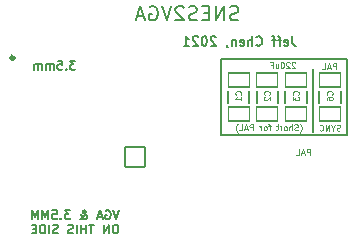
<source format=gbr>
G04 #@! TF.GenerationSoftware,KiCad,Pcbnew,(6.0.6-0)*
G04 #@! TF.CreationDate,2023-01-30T15:29:15-05:00*
G04 #@! TF.ProjectId,SNES2VGA,534e4553-3256-4474-912e-6b696361645f,1*
G04 #@! TF.SameCoordinates,Original*
G04 #@! TF.FileFunction,Legend,Bot*
G04 #@! TF.FilePolarity,Positive*
%FSLAX46Y46*%
G04 Gerber Fmt 4.6, Leading zero omitted, Abs format (unit mm)*
G04 Created by KiCad (PCBNEW (6.0.6-0)) date 2023-01-30 15:29:15*
%MOMM*%
%LPD*%
G01*
G04 APERTURE LIST*
G04 Aperture macros list*
%AMRoundRect*
0 Rectangle with rounded corners*
0 $1 Rounding radius*
0 $2 $3 $4 $5 $6 $7 $8 $9 X,Y pos of 4 corners*
0 Add a 4 corners polygon primitive as box body*
4,1,4,$2,$3,$4,$5,$6,$7,$8,$9,$2,$3,0*
0 Add four circle primitives for the rounded corners*
1,1,$1+$1,$2,$3*
1,1,$1+$1,$4,$5*
1,1,$1+$1,$6,$7*
1,1,$1+$1,$8,$9*
0 Add four rect primitives between the rounded corners*
20,1,$1+$1,$2,$3,$4,$5,0*
20,1,$1+$1,$4,$5,$6,$7,0*
20,1,$1+$1,$6,$7,$8,$9,0*
20,1,$1+$1,$8,$9,$2,$3,0*%
G04 Aperture macros list end*
%ADD10C,0.100000*%
%ADD11C,0.127000*%
%ADD12C,0.200000*%
%ADD13C,0.150000*%
%ADD14C,0.098425*%
%ADD15C,0.350000*%
%ADD16RoundRect,0.050800X-0.910000X0.600000X-0.910000X-0.600000X0.910000X-0.600000X0.910000X0.600000X0*%
%ADD17O,1.609600X3.117600*%
%ADD18RoundRect,0.525800X-0.475000X-1.125000X0.475000X-1.125000X0.475000X1.125000X-0.475000X1.125000X0*%
%ADD19C,1.801600*%
%ADD20C,4.167600*%
%ADD21RoundRect,0.050800X-0.850000X-0.850000X0.850000X-0.850000X0.850000X0.850000X-0.850000X0.850000X0*%
G04 APERTURE END LIST*
D10*
X153729047Y-102772380D02*
X153657619Y-102796190D01*
X153538571Y-102796190D01*
X153490952Y-102772380D01*
X153467142Y-102748571D01*
X153443333Y-102700952D01*
X153443333Y-102653333D01*
X153467142Y-102605714D01*
X153490952Y-102581904D01*
X153538571Y-102558095D01*
X153633809Y-102534285D01*
X153681428Y-102510476D01*
X153705238Y-102486666D01*
X153729047Y-102439047D01*
X153729047Y-102391428D01*
X153705238Y-102343809D01*
X153681428Y-102320000D01*
X153633809Y-102296190D01*
X153514761Y-102296190D01*
X153443333Y-102320000D01*
X153133809Y-102558095D02*
X153133809Y-102796190D01*
X153300476Y-102296190D02*
X153133809Y-102558095D01*
X152967142Y-102296190D01*
X152800476Y-102796190D02*
X152800476Y-102296190D01*
X152514761Y-102796190D01*
X152514761Y-102296190D01*
X151990952Y-102748571D02*
X152014761Y-102772380D01*
X152086190Y-102796190D01*
X152133809Y-102796190D01*
X152205238Y-102772380D01*
X152252857Y-102724761D01*
X152276666Y-102677142D01*
X152300476Y-102581904D01*
X152300476Y-102510476D01*
X152276666Y-102415238D01*
X152252857Y-102367619D01*
X152205238Y-102320000D01*
X152133809Y-102296190D01*
X152086190Y-102296190D01*
X152014761Y-102320000D01*
X151990952Y-102343809D01*
X153397619Y-97586190D02*
X153397619Y-97086190D01*
X153207142Y-97086190D01*
X153159523Y-97110000D01*
X153135714Y-97133809D01*
X153111904Y-97181428D01*
X153111904Y-97252857D01*
X153135714Y-97300476D01*
X153159523Y-97324285D01*
X153207142Y-97348095D01*
X153397619Y-97348095D01*
X152921428Y-97443333D02*
X152683333Y-97443333D01*
X152969047Y-97586190D02*
X152802380Y-97086190D01*
X152635714Y-97586190D01*
X152230952Y-97586190D02*
X152469047Y-97586190D01*
X152469047Y-97086190D01*
X151177619Y-104816190D02*
X151177619Y-104316190D01*
X150987142Y-104316190D01*
X150939523Y-104340000D01*
X150915714Y-104363809D01*
X150891904Y-104411428D01*
X150891904Y-104482857D01*
X150915714Y-104530476D01*
X150939523Y-104554285D01*
X150987142Y-104578095D01*
X151177619Y-104578095D01*
X150701428Y-104673333D02*
X150463333Y-104673333D01*
X150749047Y-104816190D02*
X150582380Y-104316190D01*
X150415714Y-104816190D01*
X150010952Y-104816190D02*
X150249047Y-104816190D01*
X150249047Y-104316190D01*
D11*
X151440000Y-97530000D02*
X151440000Y-102870000D01*
X149696190Y-94801904D02*
X149696190Y-95373333D01*
X149734285Y-95487619D01*
X149810476Y-95563809D01*
X149924761Y-95601904D01*
X150000952Y-95601904D01*
X149010476Y-95563809D02*
X149086666Y-95601904D01*
X149239047Y-95601904D01*
X149315238Y-95563809D01*
X149353333Y-95487619D01*
X149353333Y-95182857D01*
X149315238Y-95106666D01*
X149239047Y-95068571D01*
X149086666Y-95068571D01*
X149010476Y-95106666D01*
X148972380Y-95182857D01*
X148972380Y-95259047D01*
X149353333Y-95335238D01*
X148743809Y-95068571D02*
X148439047Y-95068571D01*
X148629523Y-95601904D02*
X148629523Y-94916190D01*
X148591428Y-94840000D01*
X148515238Y-94801904D01*
X148439047Y-94801904D01*
X148286666Y-95068571D02*
X147981904Y-95068571D01*
X148172380Y-95601904D02*
X148172380Y-94916190D01*
X148134285Y-94840000D01*
X148058095Y-94801904D01*
X147981904Y-94801904D01*
X146648571Y-95525714D02*
X146686666Y-95563809D01*
X146800952Y-95601904D01*
X146877142Y-95601904D01*
X146991428Y-95563809D01*
X147067619Y-95487619D01*
X147105714Y-95411428D01*
X147143809Y-95259047D01*
X147143809Y-95144761D01*
X147105714Y-94992380D01*
X147067619Y-94916190D01*
X146991428Y-94840000D01*
X146877142Y-94801904D01*
X146800952Y-94801904D01*
X146686666Y-94840000D01*
X146648571Y-94878095D01*
X146305714Y-95601904D02*
X146305714Y-94801904D01*
X145962857Y-95601904D02*
X145962857Y-95182857D01*
X146000952Y-95106666D01*
X146077142Y-95068571D01*
X146191428Y-95068571D01*
X146267619Y-95106666D01*
X146305714Y-95144761D01*
X145277142Y-95563809D02*
X145353333Y-95601904D01*
X145505714Y-95601904D01*
X145581904Y-95563809D01*
X145620000Y-95487619D01*
X145620000Y-95182857D01*
X145581904Y-95106666D01*
X145505714Y-95068571D01*
X145353333Y-95068571D01*
X145277142Y-95106666D01*
X145239047Y-95182857D01*
X145239047Y-95259047D01*
X145620000Y-95335238D01*
X144896190Y-95068571D02*
X144896190Y-95601904D01*
X144896190Y-95144761D02*
X144858095Y-95106666D01*
X144781904Y-95068571D01*
X144667619Y-95068571D01*
X144591428Y-95106666D01*
X144553333Y-95182857D01*
X144553333Y-95601904D01*
X144134285Y-95563809D02*
X144134285Y-95601904D01*
X144172380Y-95678095D01*
X144210476Y-95716190D01*
X143220000Y-94878095D02*
X143181904Y-94840000D01*
X143105714Y-94801904D01*
X142915238Y-94801904D01*
X142839047Y-94840000D01*
X142800952Y-94878095D01*
X142762857Y-94954285D01*
X142762857Y-95030476D01*
X142800952Y-95144761D01*
X143258095Y-95601904D01*
X142762857Y-95601904D01*
X142267619Y-94801904D02*
X142191428Y-94801904D01*
X142115238Y-94840000D01*
X142077142Y-94878095D01*
X142039047Y-94954285D01*
X142000952Y-95106666D01*
X142000952Y-95297142D01*
X142039047Y-95449523D01*
X142077142Y-95525714D01*
X142115238Y-95563809D01*
X142191428Y-95601904D01*
X142267619Y-95601904D01*
X142343809Y-95563809D01*
X142381904Y-95525714D01*
X142420000Y-95449523D01*
X142458095Y-95297142D01*
X142458095Y-95106666D01*
X142420000Y-94954285D01*
X142381904Y-94878095D01*
X142343809Y-94840000D01*
X142267619Y-94801904D01*
X141696190Y-94878095D02*
X141658095Y-94840000D01*
X141581904Y-94801904D01*
X141391428Y-94801904D01*
X141315238Y-94840000D01*
X141277142Y-94878095D01*
X141239047Y-94954285D01*
X141239047Y-95030476D01*
X141277142Y-95144761D01*
X141734285Y-95601904D01*
X141239047Y-95601904D01*
X140477142Y-95601904D02*
X140934285Y-95601904D01*
X140705714Y-95601904D02*
X140705714Y-94801904D01*
X140781904Y-94916190D01*
X140858095Y-94992380D01*
X140934285Y-95030476D01*
D12*
X145105714Y-93395714D02*
X144934285Y-93452857D01*
X144648571Y-93452857D01*
X144534285Y-93395714D01*
X144477142Y-93338571D01*
X144420000Y-93224285D01*
X144420000Y-93110000D01*
X144477142Y-92995714D01*
X144534285Y-92938571D01*
X144648571Y-92881428D01*
X144877142Y-92824285D01*
X144991428Y-92767142D01*
X145048571Y-92710000D01*
X145105714Y-92595714D01*
X145105714Y-92481428D01*
X145048571Y-92367142D01*
X144991428Y-92310000D01*
X144877142Y-92252857D01*
X144591428Y-92252857D01*
X144420000Y-92310000D01*
X143905714Y-93452857D02*
X143905714Y-92252857D01*
X143220000Y-93452857D01*
X143220000Y-92252857D01*
X142648571Y-92824285D02*
X142248571Y-92824285D01*
X142077142Y-93452857D02*
X142648571Y-93452857D01*
X142648571Y-92252857D01*
X142077142Y-92252857D01*
X141620000Y-93395714D02*
X141448571Y-93452857D01*
X141162857Y-93452857D01*
X141048571Y-93395714D01*
X140991428Y-93338571D01*
X140934285Y-93224285D01*
X140934285Y-93110000D01*
X140991428Y-92995714D01*
X141048571Y-92938571D01*
X141162857Y-92881428D01*
X141391428Y-92824285D01*
X141505714Y-92767142D01*
X141562857Y-92710000D01*
X141620000Y-92595714D01*
X141620000Y-92481428D01*
X141562857Y-92367142D01*
X141505714Y-92310000D01*
X141391428Y-92252857D01*
X141105714Y-92252857D01*
X140934285Y-92310000D01*
X140477142Y-92367142D02*
X140420000Y-92310000D01*
X140305714Y-92252857D01*
X140020000Y-92252857D01*
X139905714Y-92310000D01*
X139848571Y-92367142D01*
X139791428Y-92481428D01*
X139791428Y-92595714D01*
X139848571Y-92767142D01*
X140534285Y-93452857D01*
X139791428Y-93452857D01*
X139448571Y-92252857D02*
X139048571Y-93452857D01*
X138648571Y-92252857D01*
X137620000Y-92310000D02*
X137734285Y-92252857D01*
X137905714Y-92252857D01*
X138077142Y-92310000D01*
X138191428Y-92424285D01*
X138248571Y-92538571D01*
X138305714Y-92767142D01*
X138305714Y-92938571D01*
X138248571Y-93167142D01*
X138191428Y-93281428D01*
X138077142Y-93395714D01*
X137905714Y-93452857D01*
X137791428Y-93452857D01*
X137620000Y-93395714D01*
X137562857Y-93338571D01*
X137562857Y-92938571D01*
X137791428Y-92938571D01*
X137105714Y-93110000D02*
X136534285Y-93110000D01*
X137220000Y-93452857D02*
X136820000Y-92252857D01*
X136420000Y-93452857D01*
D13*
X131325714Y-96871285D02*
X130861428Y-96871285D01*
X131111428Y-97157000D01*
X131004285Y-97157000D01*
X130932857Y-97192714D01*
X130897142Y-97228428D01*
X130861428Y-97299857D01*
X130861428Y-97478428D01*
X130897142Y-97549857D01*
X130932857Y-97585571D01*
X131004285Y-97621285D01*
X131218571Y-97621285D01*
X131290000Y-97585571D01*
X131325714Y-97549857D01*
X130540000Y-97549857D02*
X130504285Y-97585571D01*
X130540000Y-97621285D01*
X130575714Y-97585571D01*
X130540000Y-97549857D01*
X130540000Y-97621285D01*
X129825714Y-96871285D02*
X130182857Y-96871285D01*
X130218571Y-97228428D01*
X130182857Y-97192714D01*
X130111428Y-97157000D01*
X129932857Y-97157000D01*
X129861428Y-97192714D01*
X129825714Y-97228428D01*
X129790000Y-97299857D01*
X129790000Y-97478428D01*
X129825714Y-97549857D01*
X129861428Y-97585571D01*
X129932857Y-97621285D01*
X130111428Y-97621285D01*
X130182857Y-97585571D01*
X130218571Y-97549857D01*
X129468571Y-97621285D02*
X129468571Y-97121285D01*
X129468571Y-97192714D02*
X129432857Y-97157000D01*
X129361428Y-97121285D01*
X129254285Y-97121285D01*
X129182857Y-97157000D01*
X129147142Y-97228428D01*
X129147142Y-97621285D01*
X129147142Y-97228428D02*
X129111428Y-97157000D01*
X129040000Y-97121285D01*
X128932857Y-97121285D01*
X128861428Y-97157000D01*
X128825714Y-97228428D01*
X128825714Y-97621285D01*
X128468571Y-97621285D02*
X128468571Y-97121285D01*
X128468571Y-97192714D02*
X128432857Y-97157000D01*
X128361428Y-97121285D01*
X128254285Y-97121285D01*
X128182857Y-97157000D01*
X128147142Y-97228428D01*
X128147142Y-97621285D01*
X128147142Y-97228428D02*
X128111428Y-97157000D01*
X128040000Y-97121285D01*
X127932857Y-97121285D01*
X127861428Y-97157000D01*
X127825714Y-97228428D01*
X127825714Y-97621285D01*
X135022142Y-109525535D02*
X134772142Y-110275535D01*
X134522142Y-109525535D01*
X133879285Y-109561250D02*
X133950714Y-109525535D01*
X134057857Y-109525535D01*
X134165000Y-109561250D01*
X134236428Y-109632678D01*
X134272142Y-109704107D01*
X134307857Y-109846964D01*
X134307857Y-109954107D01*
X134272142Y-110096964D01*
X134236428Y-110168392D01*
X134165000Y-110239821D01*
X134057857Y-110275535D01*
X133986428Y-110275535D01*
X133879285Y-110239821D01*
X133843571Y-110204107D01*
X133843571Y-109954107D01*
X133986428Y-109954107D01*
X133557857Y-110061250D02*
X133200714Y-110061250D01*
X133629285Y-110275535D02*
X133379285Y-109525535D01*
X133129285Y-110275535D01*
X131700714Y-110275535D02*
X131736428Y-110275535D01*
X131807857Y-110239821D01*
X131915000Y-110132678D01*
X132093571Y-109918392D01*
X132165000Y-109811250D01*
X132200714Y-109704107D01*
X132200714Y-109632678D01*
X132165000Y-109561250D01*
X132093571Y-109525535D01*
X132057857Y-109525535D01*
X131986428Y-109561250D01*
X131950714Y-109632678D01*
X131950714Y-109668392D01*
X131986428Y-109739821D01*
X132022142Y-109775535D01*
X132236428Y-109918392D01*
X132272142Y-109954107D01*
X132307857Y-110025535D01*
X132307857Y-110132678D01*
X132272142Y-110204107D01*
X132236428Y-110239821D01*
X132165000Y-110275535D01*
X132057857Y-110275535D01*
X131986428Y-110239821D01*
X131950714Y-110204107D01*
X131843571Y-110061250D01*
X131807857Y-109954107D01*
X131807857Y-109882678D01*
X130879285Y-109525535D02*
X130415000Y-109525535D01*
X130665000Y-109811250D01*
X130557857Y-109811250D01*
X130486428Y-109846964D01*
X130450714Y-109882678D01*
X130415000Y-109954107D01*
X130415000Y-110132678D01*
X130450714Y-110204107D01*
X130486428Y-110239821D01*
X130557857Y-110275535D01*
X130772142Y-110275535D01*
X130843571Y-110239821D01*
X130879285Y-110204107D01*
X130093571Y-110204107D02*
X130057857Y-110239821D01*
X130093571Y-110275535D01*
X130129285Y-110239821D01*
X130093571Y-110204107D01*
X130093571Y-110275535D01*
X129379285Y-109525535D02*
X129736428Y-109525535D01*
X129772142Y-109882678D01*
X129736428Y-109846964D01*
X129665000Y-109811250D01*
X129486428Y-109811250D01*
X129415000Y-109846964D01*
X129379285Y-109882678D01*
X129343571Y-109954107D01*
X129343571Y-110132678D01*
X129379285Y-110204107D01*
X129415000Y-110239821D01*
X129486428Y-110275535D01*
X129665000Y-110275535D01*
X129736428Y-110239821D01*
X129772142Y-110204107D01*
X129022142Y-110275535D02*
X129022142Y-109525535D01*
X128772142Y-110061250D01*
X128522142Y-109525535D01*
X128522142Y-110275535D01*
X128165000Y-110275535D02*
X128165000Y-109525535D01*
X127915000Y-110061250D01*
X127665000Y-109525535D01*
X127665000Y-110275535D01*
X134790000Y-110733035D02*
X134647142Y-110733035D01*
X134575714Y-110768750D01*
X134504285Y-110840178D01*
X134468571Y-110983035D01*
X134468571Y-111233035D01*
X134504285Y-111375892D01*
X134575714Y-111447321D01*
X134647142Y-111483035D01*
X134790000Y-111483035D01*
X134861428Y-111447321D01*
X134932857Y-111375892D01*
X134968571Y-111233035D01*
X134968571Y-110983035D01*
X134932857Y-110840178D01*
X134861428Y-110768750D01*
X134790000Y-110733035D01*
X134147142Y-111483035D02*
X134147142Y-110733035D01*
X133718571Y-111483035D01*
X133718571Y-110733035D01*
X132897142Y-110733035D02*
X132468571Y-110733035D01*
X132682857Y-111483035D02*
X132682857Y-110733035D01*
X132218571Y-111483035D02*
X132218571Y-110733035D01*
X132218571Y-111090178D02*
X131790000Y-111090178D01*
X131790000Y-111483035D02*
X131790000Y-110733035D01*
X131432857Y-111483035D02*
X131432857Y-110733035D01*
X131111428Y-111447321D02*
X131004285Y-111483035D01*
X130825714Y-111483035D01*
X130754285Y-111447321D01*
X130718571Y-111411607D01*
X130682857Y-111340178D01*
X130682857Y-111268750D01*
X130718571Y-111197321D01*
X130754285Y-111161607D01*
X130825714Y-111125892D01*
X130968571Y-111090178D01*
X131040000Y-111054464D01*
X131075714Y-111018750D01*
X131111428Y-110947321D01*
X131111428Y-110875892D01*
X131075714Y-110804464D01*
X131040000Y-110768750D01*
X130968571Y-110733035D01*
X130790000Y-110733035D01*
X130682857Y-110768750D01*
X129825714Y-111447321D02*
X129718571Y-111483035D01*
X129540000Y-111483035D01*
X129468571Y-111447321D01*
X129432857Y-111411607D01*
X129397142Y-111340178D01*
X129397142Y-111268750D01*
X129432857Y-111197321D01*
X129468571Y-111161607D01*
X129540000Y-111125892D01*
X129682857Y-111090178D01*
X129754285Y-111054464D01*
X129790000Y-111018750D01*
X129825714Y-110947321D01*
X129825714Y-110875892D01*
X129790000Y-110804464D01*
X129754285Y-110768750D01*
X129682857Y-110733035D01*
X129504285Y-110733035D01*
X129397142Y-110768750D01*
X129075714Y-111483035D02*
X129075714Y-110733035D01*
X128718571Y-111483035D02*
X128718571Y-110733035D01*
X128540000Y-110733035D01*
X128432857Y-110768750D01*
X128361428Y-110840178D01*
X128325714Y-110911607D01*
X128290000Y-111054464D01*
X128290000Y-111161607D01*
X128325714Y-111304464D01*
X128361428Y-111375892D01*
X128432857Y-111447321D01*
X128540000Y-111483035D01*
X128718571Y-111483035D01*
X127968571Y-111090178D02*
X127718571Y-111090178D01*
X127611428Y-111483035D02*
X127968571Y-111483035D01*
X127968571Y-110733035D01*
X127611428Y-110733035D01*
D10*
X149929523Y-97033809D02*
X149905714Y-97010000D01*
X149858095Y-96986190D01*
X149739047Y-96986190D01*
X149691428Y-97010000D01*
X149667619Y-97033809D01*
X149643809Y-97081428D01*
X149643809Y-97129047D01*
X149667619Y-97200476D01*
X149953333Y-97486190D01*
X149643809Y-97486190D01*
X149453333Y-97033809D02*
X149429523Y-97010000D01*
X149381904Y-96986190D01*
X149262857Y-96986190D01*
X149215238Y-97010000D01*
X149191428Y-97033809D01*
X149167619Y-97081428D01*
X149167619Y-97129047D01*
X149191428Y-97200476D01*
X149477142Y-97486190D01*
X149167619Y-97486190D01*
X148858095Y-96986190D02*
X148810476Y-96986190D01*
X148762857Y-97010000D01*
X148739047Y-97033809D01*
X148715238Y-97081428D01*
X148691428Y-97176666D01*
X148691428Y-97295714D01*
X148715238Y-97390952D01*
X148739047Y-97438571D01*
X148762857Y-97462380D01*
X148810476Y-97486190D01*
X148858095Y-97486190D01*
X148905714Y-97462380D01*
X148929523Y-97438571D01*
X148953333Y-97390952D01*
X148977142Y-97295714D01*
X148977142Y-97176666D01*
X148953333Y-97081428D01*
X148929523Y-97033809D01*
X148905714Y-97010000D01*
X148858095Y-96986190D01*
X148262857Y-97152857D02*
X148262857Y-97486190D01*
X148477142Y-97152857D02*
X148477142Y-97414761D01*
X148453333Y-97462380D01*
X148405714Y-97486190D01*
X148334285Y-97486190D01*
X148286666Y-97462380D01*
X148262857Y-97438571D01*
X147858095Y-97224285D02*
X148024761Y-97224285D01*
X148024761Y-97486190D02*
X148024761Y-96986190D01*
X147786666Y-96986190D01*
X150320952Y-102946666D02*
X150344761Y-102922857D01*
X150392380Y-102851428D01*
X150416190Y-102803809D01*
X150440000Y-102732380D01*
X150463809Y-102613333D01*
X150463809Y-102518095D01*
X150440000Y-102399047D01*
X150416190Y-102327619D01*
X150392380Y-102280000D01*
X150344761Y-102208571D01*
X150320952Y-102184761D01*
X150154285Y-102732380D02*
X150082857Y-102756190D01*
X149963809Y-102756190D01*
X149916190Y-102732380D01*
X149892380Y-102708571D01*
X149868571Y-102660952D01*
X149868571Y-102613333D01*
X149892380Y-102565714D01*
X149916190Y-102541904D01*
X149963809Y-102518095D01*
X150059047Y-102494285D01*
X150106666Y-102470476D01*
X150130476Y-102446666D01*
X150154285Y-102399047D01*
X150154285Y-102351428D01*
X150130476Y-102303809D01*
X150106666Y-102280000D01*
X150059047Y-102256190D01*
X149940000Y-102256190D01*
X149868571Y-102280000D01*
X149654285Y-102756190D02*
X149654285Y-102256190D01*
X149440000Y-102756190D02*
X149440000Y-102494285D01*
X149463809Y-102446666D01*
X149511428Y-102422857D01*
X149582857Y-102422857D01*
X149630476Y-102446666D01*
X149654285Y-102470476D01*
X149130476Y-102756190D02*
X149178095Y-102732380D01*
X149201904Y-102708571D01*
X149225714Y-102660952D01*
X149225714Y-102518095D01*
X149201904Y-102470476D01*
X149178095Y-102446666D01*
X149130476Y-102422857D01*
X149059047Y-102422857D01*
X149011428Y-102446666D01*
X148987619Y-102470476D01*
X148963809Y-102518095D01*
X148963809Y-102660952D01*
X148987619Y-102708571D01*
X149011428Y-102732380D01*
X149059047Y-102756190D01*
X149130476Y-102756190D01*
X148749523Y-102756190D02*
X148749523Y-102422857D01*
X148749523Y-102518095D02*
X148725714Y-102470476D01*
X148701904Y-102446666D01*
X148654285Y-102422857D01*
X148606666Y-102422857D01*
X148511428Y-102422857D02*
X148320952Y-102422857D01*
X148440000Y-102256190D02*
X148440000Y-102684761D01*
X148416190Y-102732380D01*
X148368571Y-102756190D01*
X148320952Y-102756190D01*
X147844761Y-102422857D02*
X147654285Y-102422857D01*
X147773333Y-102756190D02*
X147773333Y-102327619D01*
X147749523Y-102280000D01*
X147701904Y-102256190D01*
X147654285Y-102256190D01*
X147416190Y-102756190D02*
X147463809Y-102732380D01*
X147487619Y-102708571D01*
X147511428Y-102660952D01*
X147511428Y-102518095D01*
X147487619Y-102470476D01*
X147463809Y-102446666D01*
X147416190Y-102422857D01*
X147344761Y-102422857D01*
X147297142Y-102446666D01*
X147273333Y-102470476D01*
X147249523Y-102518095D01*
X147249523Y-102660952D01*
X147273333Y-102708571D01*
X147297142Y-102732380D01*
X147344761Y-102756190D01*
X147416190Y-102756190D01*
X147035238Y-102756190D02*
X147035238Y-102422857D01*
X147035238Y-102518095D02*
X147011428Y-102470476D01*
X146987619Y-102446666D01*
X146940000Y-102422857D01*
X146892380Y-102422857D01*
X146344761Y-102756190D02*
X146344761Y-102256190D01*
X146154285Y-102256190D01*
X146106666Y-102280000D01*
X146082857Y-102303809D01*
X146059047Y-102351428D01*
X146059047Y-102422857D01*
X146082857Y-102470476D01*
X146106666Y-102494285D01*
X146154285Y-102518095D01*
X146344761Y-102518095D01*
X145868571Y-102613333D02*
X145630476Y-102613333D01*
X145916190Y-102756190D02*
X145749523Y-102256190D01*
X145582857Y-102756190D01*
X145178095Y-102756190D02*
X145416190Y-102756190D01*
X145416190Y-102256190D01*
X145059047Y-102946666D02*
X145035238Y-102922857D01*
X144987619Y-102851428D01*
X144963809Y-102803809D01*
X144940000Y-102732380D01*
X144916190Y-102613333D01*
X144916190Y-102518095D01*
X144940000Y-102399047D01*
X144963809Y-102327619D01*
X144987619Y-102280000D01*
X145035238Y-102208571D01*
X145059047Y-102184761D01*
D11*
X154310000Y-103150000D02*
X154310000Y-96730000D01*
X143690000Y-103150000D02*
X154310000Y-103150000D01*
X143690000Y-96730000D02*
X143690000Y-103150000D01*
X154310000Y-96730000D02*
X143690000Y-96730000D01*
D14*
X153048571Y-99736666D02*
X153072380Y-99712857D01*
X153096190Y-99641428D01*
X153096190Y-99593809D01*
X153072380Y-99522380D01*
X153024761Y-99474761D01*
X152977142Y-99450952D01*
X152881904Y-99427142D01*
X152810476Y-99427142D01*
X152715238Y-99450952D01*
X152667619Y-99474761D01*
X152620000Y-99522380D01*
X152596190Y-99593809D01*
X152596190Y-99641428D01*
X152620000Y-99712857D01*
X152643809Y-99736666D01*
X152596190Y-100165238D02*
X152596190Y-100070000D01*
X152620000Y-100022380D01*
X152643809Y-99998571D01*
X152715238Y-99950952D01*
X152810476Y-99927142D01*
X153000952Y-99927142D01*
X153048571Y-99950952D01*
X153072380Y-99974761D01*
X153096190Y-100022380D01*
X153096190Y-100117619D01*
X153072380Y-100165238D01*
X153048571Y-100189047D01*
X153000952Y-100212857D01*
X152881904Y-100212857D01*
X152834285Y-100189047D01*
X152810476Y-100165238D01*
X152786666Y-100117619D01*
X152786666Y-100022380D01*
X152810476Y-99974761D01*
X152834285Y-99950952D01*
X152881904Y-99927142D01*
X145318571Y-99736666D02*
X145342380Y-99712857D01*
X145366190Y-99641428D01*
X145366190Y-99593809D01*
X145342380Y-99522380D01*
X145294761Y-99474761D01*
X145247142Y-99450952D01*
X145151904Y-99427142D01*
X145080476Y-99427142D01*
X144985238Y-99450952D01*
X144937619Y-99474761D01*
X144890000Y-99522380D01*
X144866190Y-99593809D01*
X144866190Y-99641428D01*
X144890000Y-99712857D01*
X144913809Y-99736666D01*
X145366190Y-100212857D02*
X145366190Y-99927142D01*
X145366190Y-100070000D02*
X144866190Y-100070000D01*
X144937619Y-100022380D01*
X144985238Y-99974761D01*
X145009047Y-99927142D01*
X147738571Y-99746666D02*
X147762380Y-99722857D01*
X147786190Y-99651428D01*
X147786190Y-99603809D01*
X147762380Y-99532380D01*
X147714761Y-99484761D01*
X147667142Y-99460952D01*
X147571904Y-99437142D01*
X147500476Y-99437142D01*
X147405238Y-99460952D01*
X147357619Y-99484761D01*
X147310000Y-99532380D01*
X147286190Y-99603809D01*
X147286190Y-99651428D01*
X147310000Y-99722857D01*
X147333809Y-99746666D01*
X147333809Y-99937142D02*
X147310000Y-99960952D01*
X147286190Y-100008571D01*
X147286190Y-100127619D01*
X147310000Y-100175238D01*
X147333809Y-100199047D01*
X147381428Y-100222857D01*
X147429047Y-100222857D01*
X147500476Y-100199047D01*
X147786190Y-99913333D01*
X147786190Y-100222857D01*
X150188571Y-99736666D02*
X150212380Y-99712857D01*
X150236190Y-99641428D01*
X150236190Y-99593809D01*
X150212380Y-99522380D01*
X150164761Y-99474761D01*
X150117142Y-99450952D01*
X150021904Y-99427142D01*
X149950476Y-99427142D01*
X149855238Y-99450952D01*
X149807619Y-99474761D01*
X149760000Y-99522380D01*
X149736190Y-99593809D01*
X149736190Y-99641428D01*
X149760000Y-99712857D01*
X149783809Y-99736666D01*
X149736190Y-99903333D02*
X149736190Y-100212857D01*
X149926666Y-100046190D01*
X149926666Y-100117619D01*
X149950476Y-100165238D01*
X149974285Y-100189047D01*
X150021904Y-100212857D01*
X150140952Y-100212857D01*
X150188571Y-100189047D01*
X150212380Y-100165238D01*
X150236190Y-100117619D01*
X150236190Y-99974761D01*
X150212380Y-99927142D01*
X150188571Y-99903333D01*
D11*
X153770000Y-99390000D02*
X153770000Y-100470000D01*
X151970000Y-99390000D02*
X151970000Y-100470000D01*
X144230000Y-99390000D02*
X144230000Y-100470000D01*
X146030000Y-99390000D02*
X146030000Y-100470000D01*
X146660000Y-99390000D02*
X146660000Y-100470000D01*
X148460000Y-99390000D02*
X148460000Y-100470000D01*
X149100000Y-99390000D02*
X149100000Y-100470000D01*
X150900000Y-99390000D02*
X150900000Y-100470000D01*
D15*
X126130000Y-96620000D02*
G75*
G03*
X126130000Y-96620000I-150000J0D01*
G01*
%LPC*%
D16*
X152870000Y-101390000D03*
X152870000Y-98470000D03*
X145130000Y-98470000D03*
X145130000Y-101390000D03*
X147560000Y-98470000D03*
X147560000Y-101390000D03*
X150000000Y-98470000D03*
X150000000Y-101390000D03*
D17*
X126550000Y-98550000D03*
X128950000Y-100550000D03*
X132650000Y-98550000D03*
X134450000Y-100550000D03*
X138150000Y-98550000D03*
D18*
X146980000Y-90140000D03*
X144560000Y-90140000D03*
X142140000Y-90140000D03*
X139720000Y-90140000D03*
X137300000Y-90140000D03*
X134880000Y-90140000D03*
D19*
X145505000Y-108980000D03*
X143215000Y-108980000D03*
X140925000Y-108980000D03*
X138635000Y-108980000D03*
X136345000Y-108980000D03*
X144360000Y-107000000D03*
X142070000Y-107000000D03*
X139780000Y-107000000D03*
X137490000Y-107000000D03*
X135200000Y-107000000D03*
X145505000Y-105020000D03*
X143215000Y-105020000D03*
X140925000Y-105020000D03*
X138635000Y-105020000D03*
D20*
X153420000Y-107000000D03*
X128430000Y-107000000D03*
D21*
X136345000Y-105020000D03*
M02*

</source>
